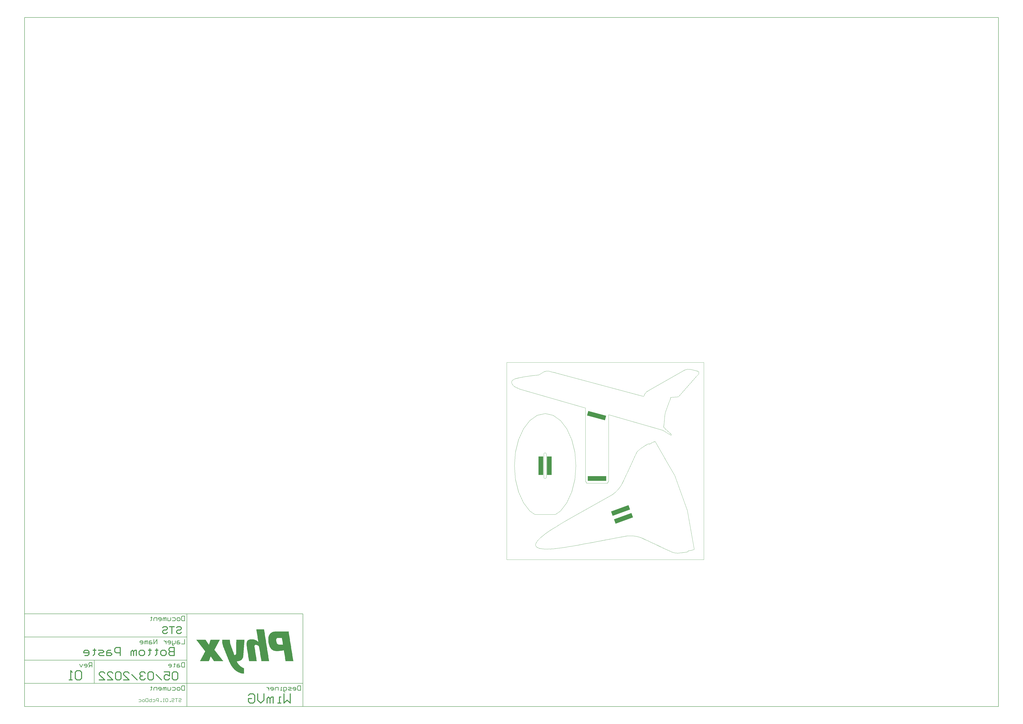
<source format=gbp>
G04*
G04 #@! TF.GenerationSoftware,Altium Limited,Altium Designer,22.2.1 (43)*
G04*
G04 Layer_Color=128*
%FSLAX25Y25*%
%MOIN*%
G70*
G04*
G04 #@! TF.SameCoordinates,09E568D2-82FC-486A-A2B8-6DB2FCDF8EDF*
G04*
G04*
G04 #@! TF.FilePolarity,Positive*
G04*
G01*
G75*
%ADD10C,0.01575*%
%ADD11C,0.00787*%
%ADD15R,0.31496X0.07874*%
%ADD21C,0.00394*%
%ADD22C,0.00984*%
%ADD34R,0.07874X0.31496*%
G04:AMPARAMS|DCode=52|XSize=314.96mil|YSize=78.74mil|CornerRadius=0mil|HoleSize=0mil|Usage=FLASHONLY|Rotation=20.000|XOffset=0mil|YOffset=0mil|HoleType=Round|Shape=Rectangle|*
%AMROTATEDRECTD52*
4,1,4,-0.13452,-0.09086,-0.16145,-0.01687,0.13452,0.09086,0.16145,0.01687,-0.13452,-0.09086,0.0*
%
%ADD52ROTATEDRECTD52*%

G04:AMPARAMS|DCode=53|XSize=314.96mil|YSize=78.74mil|CornerRadius=0mil|HoleSize=0mil|Usage=FLASHONLY|Rotation=345.000|XOffset=0mil|YOffset=0mil|HoleType=Round|Shape=Rectangle|*
%AMROTATEDRECTD53*
4,1,4,-0.16230,0.00273,-0.14193,0.07879,0.16230,-0.00273,0.14193,-0.07879,-0.16230,0.00273,0.0*
%
%ADD53ROTATEDRECTD53*%

G36*
X-95415Y-141778D02*
X-97132D01*
Y-142065D01*
X-97991D01*
Y-142351D01*
X-98850D01*
Y-142637D01*
X-99709D01*
Y-142924D01*
X-100282D01*
Y-143210D01*
X-100568D01*
Y-143496D01*
X-101141D01*
Y-143783D01*
X-101427D01*
Y-144069D01*
X-102000D01*
Y-144355D01*
X-102286D01*
Y-144641D01*
X-102572D01*
Y-144928D01*
X-102859D01*
Y-145214D01*
X-103145D01*
Y-145501D01*
X-103431D01*
Y-145787D01*
X-103718D01*
Y-146073D01*
Y-146359D01*
X-104004D01*
Y-146646D01*
X-104290D01*
Y-146932D01*
Y-147218D01*
X-104577D01*
Y-147505D01*
X-104863D01*
Y-147791D01*
Y-148077D01*
X-105149D01*
Y-148364D01*
Y-148650D01*
Y-148936D01*
X-105436D01*
Y-149223D01*
Y-149509D01*
Y-149795D01*
X-105722D01*
Y-150082D01*
Y-150368D01*
Y-150654D01*
Y-150940D01*
X-106008D01*
Y-151227D01*
Y-151513D01*
Y-151799D01*
Y-152086D01*
Y-152372D01*
X-106295D01*
Y-152658D01*
Y-152945D01*
Y-153231D01*
Y-153517D01*
Y-153804D01*
Y-154090D01*
Y-154376D01*
Y-154663D01*
Y-154949D01*
Y-155235D01*
Y-155521D01*
Y-155808D01*
Y-156094D01*
Y-156380D01*
Y-156667D01*
Y-156953D01*
Y-157239D01*
Y-157526D01*
Y-157812D01*
Y-158098D01*
X-106008D01*
Y-158385D01*
Y-158671D01*
Y-158957D01*
Y-159244D01*
Y-159530D01*
Y-159816D01*
Y-160102D01*
X-105722D01*
Y-160389D01*
Y-160675D01*
Y-160961D01*
Y-161248D01*
Y-161534D01*
X-105436D01*
Y-161820D01*
Y-162107D01*
Y-162393D01*
Y-162679D01*
Y-162966D01*
X-105149D01*
Y-163252D01*
Y-163538D01*
Y-163824D01*
X-104863D01*
Y-164111D01*
Y-164397D01*
Y-164683D01*
Y-164970D01*
X-104577D01*
Y-165256D01*
Y-165542D01*
Y-165829D01*
X-104290D01*
Y-166115D01*
Y-166401D01*
X-104004D01*
Y-166688D01*
Y-166974D01*
Y-167260D01*
X-103718D01*
Y-167547D01*
Y-167833D01*
X-103431D01*
Y-168119D01*
Y-168405D01*
X-103145D01*
Y-168692D01*
Y-168978D01*
X-102859D01*
Y-169264D01*
X-102572D01*
Y-169551D01*
Y-169837D01*
X-102286D01*
Y-170123D01*
X-102000D01*
Y-170410D01*
X-101714D01*
Y-170696D01*
Y-170982D01*
X-101427D01*
Y-171269D01*
X-101141D01*
Y-171555D01*
X-100855D01*
Y-171841D01*
X-100568D01*
Y-172127D01*
X-100282D01*
Y-172414D01*
X-99709D01*
Y-172700D01*
X-99423D01*
Y-172986D01*
X-98850D01*
Y-173273D01*
X-98564D01*
Y-173559D01*
X-97991D01*
Y-173845D01*
X-97132D01*
Y-174132D01*
X-96273D01*
Y-174418D01*
X-95415D01*
Y-174704D01*
X-93697D01*
Y-174991D01*
X-88543D01*
Y-174704D01*
X-85966D01*
Y-174418D01*
X-83962D01*
Y-174132D01*
X-82530D01*
Y-173845D01*
X-81099D01*
Y-173559D01*
X-79667D01*
Y-173845D01*
Y-174132D01*
Y-174418D01*
Y-174704D01*
Y-174991D01*
Y-175277D01*
Y-175563D01*
X-79381D01*
Y-175850D01*
Y-176136D01*
Y-176422D01*
Y-176709D01*
Y-176995D01*
Y-177281D01*
X-79095D01*
Y-177568D01*
Y-177854D01*
Y-178140D01*
Y-178426D01*
Y-178713D01*
Y-178999D01*
X-78808D01*
Y-179285D01*
Y-179572D01*
Y-179858D01*
Y-180144D01*
Y-180431D01*
Y-180717D01*
Y-181003D01*
X-78522D01*
Y-181290D01*
Y-181576D01*
Y-181862D01*
Y-182149D01*
Y-182435D01*
Y-182721D01*
X-78236D01*
Y-183007D01*
Y-183294D01*
Y-183580D01*
Y-183866D01*
Y-184153D01*
Y-184439D01*
X-77950D01*
Y-184725D01*
Y-185012D01*
Y-185298D01*
Y-185584D01*
Y-185871D01*
Y-186157D01*
Y-186443D01*
X-77663D01*
Y-186730D01*
Y-187016D01*
Y-187302D01*
Y-187588D01*
Y-187875D01*
Y-188161D01*
X-77377D01*
Y-188447D01*
Y-188734D01*
Y-189020D01*
Y-189306D01*
Y-189593D01*
Y-189879D01*
X-77091D01*
Y-190165D01*
Y-190452D01*
Y-190738D01*
Y-191024D01*
Y-191311D01*
Y-191597D01*
Y-191883D01*
X-63634D01*
Y-191597D01*
X-63920D01*
Y-191311D01*
Y-191024D01*
Y-190738D01*
Y-190452D01*
Y-190165D01*
X-64206D01*
Y-189879D01*
Y-189593D01*
Y-189306D01*
Y-189020D01*
Y-188734D01*
Y-188447D01*
Y-188161D01*
X-64493D01*
Y-187875D01*
Y-187588D01*
Y-187302D01*
Y-187016D01*
Y-186730D01*
Y-186443D01*
X-64779D01*
Y-186157D01*
Y-185871D01*
Y-185584D01*
Y-185298D01*
Y-185012D01*
Y-184725D01*
X-65065D01*
Y-184439D01*
Y-184153D01*
Y-183866D01*
Y-183580D01*
Y-183294D01*
Y-183007D01*
Y-182721D01*
X-65352D01*
Y-182435D01*
Y-182149D01*
Y-181862D01*
Y-181576D01*
Y-181290D01*
Y-181003D01*
X-65638D01*
Y-180717D01*
Y-180431D01*
Y-180144D01*
Y-179858D01*
Y-179572D01*
Y-179285D01*
X-65924D01*
Y-178999D01*
Y-178713D01*
Y-178426D01*
Y-178140D01*
Y-177854D01*
Y-177568D01*
X-66211D01*
Y-177281D01*
Y-176995D01*
Y-176709D01*
Y-176422D01*
Y-176136D01*
Y-175850D01*
Y-175563D01*
X-66497D01*
Y-175277D01*
Y-174991D01*
Y-174704D01*
Y-174418D01*
Y-174132D01*
Y-173845D01*
X-66783D01*
Y-173559D01*
Y-173273D01*
Y-172986D01*
Y-172700D01*
Y-172414D01*
Y-172127D01*
X-67070D01*
Y-171841D01*
Y-171555D01*
Y-171269D01*
Y-170982D01*
Y-170696D01*
Y-170410D01*
X-67356D01*
Y-170123D01*
Y-169837D01*
Y-169551D01*
Y-169264D01*
Y-168978D01*
Y-168692D01*
Y-168405D01*
X-67642D01*
Y-168119D01*
Y-167833D01*
Y-167547D01*
Y-167260D01*
Y-166974D01*
Y-166688D01*
X-67928D01*
Y-166401D01*
Y-166115D01*
Y-165829D01*
Y-165542D01*
Y-165256D01*
Y-164970D01*
X-68215D01*
Y-164683D01*
Y-164397D01*
Y-164111D01*
Y-163824D01*
Y-163538D01*
Y-163252D01*
Y-162966D01*
X-68501D01*
Y-162679D01*
Y-162393D01*
Y-162107D01*
Y-161820D01*
Y-161534D01*
Y-161248D01*
X-68787D01*
Y-160961D01*
Y-160675D01*
Y-160389D01*
Y-160102D01*
Y-159816D01*
Y-159530D01*
X-69074D01*
Y-159244D01*
Y-158957D01*
Y-158671D01*
Y-158385D01*
Y-158098D01*
Y-157812D01*
X-69360D01*
Y-157526D01*
Y-157239D01*
Y-156953D01*
Y-156667D01*
Y-156380D01*
Y-156094D01*
Y-155808D01*
X-69646D01*
Y-155521D01*
Y-155235D01*
Y-154949D01*
Y-154663D01*
Y-154376D01*
Y-154090D01*
X-69933D01*
Y-153804D01*
Y-153517D01*
Y-153231D01*
Y-152945D01*
Y-152658D01*
Y-152372D01*
X-70219D01*
Y-152086D01*
Y-151799D01*
Y-151513D01*
Y-151227D01*
Y-150940D01*
Y-150654D01*
Y-150368D01*
X-70505D01*
Y-150082D01*
Y-149795D01*
Y-149509D01*
Y-149223D01*
Y-148936D01*
Y-148650D01*
X-70792D01*
Y-148364D01*
Y-148077D01*
Y-147791D01*
Y-147505D01*
Y-147218D01*
Y-146932D01*
X-71078D01*
Y-146646D01*
Y-146359D01*
Y-146073D01*
Y-145787D01*
Y-145501D01*
Y-145214D01*
Y-144928D01*
X-71364D01*
Y-144641D01*
Y-144355D01*
Y-144069D01*
Y-143783D01*
Y-143496D01*
Y-143210D01*
X-71651D01*
Y-142924D01*
Y-142637D01*
Y-142351D01*
Y-142065D01*
Y-141778D01*
Y-141492D01*
X-95415D01*
Y-141778D01*
D02*
G37*
G36*
X-126623Y-138343D02*
Y-138629D01*
X-126336D01*
Y-138915D01*
Y-139202D01*
Y-139488D01*
Y-139774D01*
Y-140060D01*
Y-140347D01*
X-126050D01*
Y-140633D01*
Y-140919D01*
Y-141206D01*
Y-141492D01*
Y-141778D01*
Y-142065D01*
X-125764D01*
Y-142351D01*
Y-142637D01*
Y-142924D01*
Y-143210D01*
Y-143496D01*
Y-143783D01*
Y-144069D01*
X-125477D01*
Y-144355D01*
Y-144641D01*
Y-144928D01*
Y-145214D01*
Y-145501D01*
Y-145787D01*
X-125191D01*
Y-146073D01*
Y-146359D01*
Y-146646D01*
Y-146932D01*
Y-147218D01*
Y-147505D01*
X-124905D01*
Y-147791D01*
Y-148077D01*
Y-148364D01*
Y-148650D01*
Y-148936D01*
Y-149223D01*
Y-149509D01*
X-124618D01*
Y-149795D01*
Y-150082D01*
Y-150368D01*
Y-150654D01*
Y-150940D01*
Y-151227D01*
X-124332D01*
Y-151513D01*
Y-151799D01*
Y-152086D01*
Y-152372D01*
Y-152658D01*
Y-152945D01*
X-124046D01*
Y-153231D01*
Y-153517D01*
Y-153804D01*
Y-154090D01*
Y-154376D01*
Y-154663D01*
X-123759D01*
Y-154949D01*
Y-155235D01*
Y-155521D01*
Y-155808D01*
Y-156094D01*
Y-156380D01*
Y-156667D01*
X-123473D01*
Y-156953D01*
Y-157239D01*
Y-157526D01*
Y-157812D01*
Y-158098D01*
Y-158385D01*
X-123187D01*
Y-158671D01*
Y-158957D01*
X-123759D01*
Y-158671D01*
X-124046D01*
Y-158385D01*
X-124332D01*
Y-158098D01*
X-124905D01*
Y-157812D01*
X-125191D01*
Y-157526D01*
X-125477D01*
Y-157239D01*
X-126050D01*
Y-156953D01*
X-126623D01*
Y-156667D01*
X-126909D01*
Y-156380D01*
X-127482D01*
Y-156094D01*
X-128341D01*
Y-155808D01*
X-128913D01*
Y-155521D01*
X-129772D01*
Y-155235D01*
X-131204D01*
Y-154949D01*
X-137503D01*
Y-155235D01*
X-138648D01*
Y-155521D01*
X-139507D01*
Y-155808D01*
X-140079D01*
Y-156094D01*
X-140366D01*
Y-156380D01*
X-140938D01*
Y-156667D01*
X-141225D01*
Y-156953D01*
X-141511D01*
Y-157239D01*
X-141797D01*
Y-157526D01*
X-142084D01*
Y-157812D01*
Y-158098D01*
X-142370D01*
Y-158385D01*
Y-158671D01*
X-142656D01*
Y-158957D01*
Y-159244D01*
Y-159530D01*
X-142943D01*
Y-159816D01*
Y-160102D01*
Y-160389D01*
Y-160675D01*
X-143229D01*
Y-160961D01*
Y-161248D01*
Y-161534D01*
Y-161820D01*
Y-162107D01*
Y-162393D01*
Y-162679D01*
Y-162966D01*
Y-163252D01*
Y-163538D01*
Y-163824D01*
Y-164111D01*
Y-164397D01*
Y-164683D01*
Y-164970D01*
Y-165256D01*
Y-165542D01*
Y-165829D01*
X-142943D01*
Y-166115D01*
Y-166401D01*
Y-166688D01*
Y-166974D01*
Y-167260D01*
Y-167547D01*
Y-167833D01*
X-142656D01*
Y-168119D01*
Y-168405D01*
Y-168692D01*
Y-168978D01*
Y-169264D01*
Y-169551D01*
Y-169837D01*
X-142370D01*
Y-170123D01*
Y-170410D01*
Y-170696D01*
Y-170982D01*
Y-171269D01*
Y-171555D01*
X-142084D01*
Y-171841D01*
Y-172127D01*
Y-172414D01*
Y-172700D01*
Y-172986D01*
Y-173273D01*
X-141797D01*
Y-173559D01*
Y-173845D01*
Y-174132D01*
Y-174418D01*
Y-174704D01*
Y-174991D01*
X-141511D01*
Y-175277D01*
Y-175563D01*
Y-175850D01*
Y-176136D01*
Y-176422D01*
Y-176709D01*
Y-176995D01*
X-141225D01*
Y-177281D01*
Y-177568D01*
Y-177854D01*
Y-178140D01*
Y-178426D01*
Y-178713D01*
X-140938D01*
Y-178999D01*
Y-179285D01*
Y-179572D01*
Y-179858D01*
Y-180144D01*
Y-180431D01*
X-140652D01*
Y-180717D01*
Y-181003D01*
Y-181290D01*
Y-181576D01*
Y-181862D01*
Y-182149D01*
Y-182435D01*
X-140366D01*
Y-182721D01*
Y-183007D01*
Y-183294D01*
Y-183580D01*
Y-183866D01*
Y-184153D01*
X-140079D01*
Y-184439D01*
Y-184725D01*
Y-185012D01*
Y-185298D01*
Y-185584D01*
Y-185871D01*
X-139793D01*
Y-186157D01*
Y-186443D01*
Y-186730D01*
Y-187016D01*
Y-187302D01*
Y-187588D01*
X-139507D01*
Y-187875D01*
Y-188161D01*
Y-188447D01*
Y-188734D01*
Y-189020D01*
Y-189306D01*
Y-189593D01*
X-139220D01*
Y-189879D01*
Y-190165D01*
Y-190452D01*
Y-190738D01*
Y-191024D01*
Y-191311D01*
X-138934D01*
Y-191597D01*
Y-191883D01*
X-125764D01*
Y-191597D01*
Y-191311D01*
X-126050D01*
Y-191024D01*
Y-190738D01*
Y-190452D01*
Y-190165D01*
Y-189879D01*
Y-189593D01*
X-126336D01*
Y-189306D01*
Y-189020D01*
Y-188734D01*
Y-188447D01*
Y-188161D01*
Y-187875D01*
Y-187588D01*
X-126623D01*
Y-187302D01*
Y-187016D01*
Y-186730D01*
Y-186443D01*
Y-186157D01*
Y-185871D01*
X-126909D01*
Y-185584D01*
Y-185298D01*
Y-185012D01*
Y-184725D01*
Y-184439D01*
Y-184153D01*
X-127195D01*
Y-183866D01*
Y-183580D01*
Y-183294D01*
Y-183007D01*
Y-182721D01*
Y-182435D01*
Y-182149D01*
X-127482D01*
Y-181862D01*
Y-181576D01*
Y-181290D01*
Y-181003D01*
Y-180717D01*
Y-180431D01*
X-127768D01*
Y-180144D01*
Y-179858D01*
Y-179572D01*
Y-179285D01*
Y-178999D01*
Y-178713D01*
Y-178426D01*
X-128054D01*
Y-178140D01*
Y-177854D01*
Y-177568D01*
Y-177281D01*
Y-176995D01*
Y-176709D01*
X-128341D01*
Y-176422D01*
Y-176136D01*
Y-175850D01*
Y-175563D01*
Y-175277D01*
Y-174991D01*
X-128627D01*
Y-174704D01*
Y-174418D01*
Y-174132D01*
Y-173845D01*
Y-173559D01*
Y-173273D01*
X-128913D01*
Y-172986D01*
Y-172700D01*
Y-172414D01*
Y-172127D01*
Y-171841D01*
Y-171555D01*
Y-171269D01*
X-129200D01*
Y-170982D01*
Y-170696D01*
Y-170410D01*
Y-170123D01*
Y-169837D01*
Y-169551D01*
X-129486D01*
Y-169264D01*
Y-168978D01*
Y-168692D01*
Y-168405D01*
Y-168119D01*
Y-167833D01*
Y-167547D01*
X-129772D01*
Y-167260D01*
Y-166974D01*
Y-166688D01*
Y-166401D01*
Y-166115D01*
Y-165829D01*
X-129486D01*
Y-165542D01*
Y-165256D01*
X-129200D01*
Y-164970D01*
X-128913D01*
Y-164683D01*
X-128341D01*
Y-164397D01*
X-126623D01*
Y-164683D01*
X-125191D01*
Y-164970D01*
X-124332D01*
Y-165256D01*
X-123759D01*
Y-165542D01*
X-123473D01*
Y-165829D01*
X-122901D01*
Y-166115D01*
X-122614D01*
Y-166401D01*
X-122328D01*
Y-166688D01*
Y-166974D01*
X-122042D01*
Y-167260D01*
Y-167547D01*
Y-167833D01*
X-121755D01*
Y-168119D01*
Y-168405D01*
Y-168692D01*
Y-168978D01*
Y-169264D01*
Y-169551D01*
X-121469D01*
Y-169837D01*
Y-170123D01*
Y-170410D01*
Y-170696D01*
Y-170982D01*
Y-171269D01*
Y-171555D01*
X-121183D01*
Y-171841D01*
Y-172127D01*
Y-172414D01*
Y-172700D01*
Y-172986D01*
Y-173273D01*
X-120896D01*
Y-173559D01*
Y-173845D01*
Y-174132D01*
Y-174418D01*
Y-174704D01*
Y-174991D01*
X-120610D01*
Y-175277D01*
Y-175563D01*
Y-175850D01*
Y-176136D01*
Y-176422D01*
Y-176709D01*
X-120324D01*
Y-176995D01*
Y-177281D01*
Y-177568D01*
Y-177854D01*
Y-178140D01*
Y-178426D01*
Y-178713D01*
X-120037D01*
Y-178999D01*
Y-179285D01*
Y-179572D01*
Y-179858D01*
Y-180144D01*
Y-180431D01*
X-119751D01*
Y-180717D01*
Y-181003D01*
Y-181290D01*
Y-181576D01*
Y-181862D01*
Y-182149D01*
X-119465D01*
Y-182435D01*
Y-182721D01*
Y-183007D01*
Y-183294D01*
Y-183580D01*
Y-183866D01*
Y-184153D01*
X-119178D01*
Y-184439D01*
Y-184725D01*
Y-185012D01*
Y-185298D01*
Y-185584D01*
Y-185871D01*
X-118892D01*
Y-186157D01*
Y-186443D01*
Y-186730D01*
Y-187016D01*
Y-187302D01*
Y-187588D01*
X-118606D01*
Y-187875D01*
Y-188161D01*
Y-188447D01*
Y-188734D01*
Y-189020D01*
Y-189306D01*
X-118320D01*
Y-189593D01*
Y-189879D01*
Y-190165D01*
Y-190452D01*
Y-190738D01*
Y-191024D01*
Y-191311D01*
X-118033D01*
Y-191597D01*
Y-191883D01*
X-104863D01*
Y-191597D01*
Y-191311D01*
X-105149D01*
Y-191024D01*
Y-190738D01*
Y-190452D01*
Y-190165D01*
Y-189879D01*
Y-189593D01*
Y-189306D01*
X-105436D01*
Y-189020D01*
Y-188734D01*
Y-188447D01*
Y-188161D01*
Y-187875D01*
Y-187588D01*
X-105722D01*
Y-187302D01*
Y-187016D01*
Y-186730D01*
Y-186443D01*
Y-186157D01*
Y-185871D01*
X-106008D01*
Y-185584D01*
Y-185298D01*
Y-185012D01*
Y-184725D01*
Y-184439D01*
Y-184153D01*
Y-183866D01*
X-106295D01*
Y-183580D01*
Y-183294D01*
Y-183007D01*
Y-182721D01*
Y-182435D01*
Y-182149D01*
X-106581D01*
Y-181862D01*
Y-181576D01*
Y-181290D01*
Y-181003D01*
Y-180717D01*
Y-180431D01*
X-106867D01*
Y-180144D01*
Y-179858D01*
Y-179572D01*
Y-179285D01*
Y-178999D01*
Y-178713D01*
X-107153D01*
Y-178426D01*
Y-178140D01*
Y-177854D01*
Y-177568D01*
Y-177281D01*
Y-176995D01*
Y-176709D01*
X-107440D01*
Y-176422D01*
Y-176136D01*
Y-175850D01*
Y-175563D01*
Y-175277D01*
Y-174991D01*
X-107726D01*
Y-174704D01*
Y-174418D01*
Y-174132D01*
Y-173845D01*
Y-173559D01*
Y-173273D01*
X-108012D01*
Y-172986D01*
Y-172700D01*
Y-172414D01*
Y-172127D01*
Y-171841D01*
Y-171555D01*
Y-171269D01*
X-108299D01*
Y-170982D01*
Y-170696D01*
Y-170410D01*
Y-170123D01*
Y-169837D01*
Y-169551D01*
X-108585D01*
Y-169264D01*
Y-168978D01*
Y-168692D01*
Y-168405D01*
Y-168119D01*
Y-167833D01*
X-108871D01*
Y-167547D01*
Y-167260D01*
Y-166974D01*
Y-166688D01*
Y-166401D01*
Y-166115D01*
X-109158D01*
Y-165829D01*
Y-165542D01*
Y-165256D01*
Y-164970D01*
Y-164683D01*
Y-164397D01*
Y-164111D01*
X-109444D01*
Y-163824D01*
Y-163538D01*
Y-163252D01*
Y-162966D01*
Y-162679D01*
Y-162393D01*
X-109730D01*
Y-162107D01*
Y-161820D01*
Y-161534D01*
Y-161248D01*
Y-160961D01*
Y-160675D01*
X-110017D01*
Y-160389D01*
Y-160102D01*
Y-159816D01*
Y-159530D01*
Y-159244D01*
Y-158957D01*
X-110303D01*
Y-158671D01*
Y-158385D01*
Y-158098D01*
Y-157812D01*
Y-157526D01*
Y-157239D01*
Y-156953D01*
X-110589D01*
Y-156667D01*
Y-156380D01*
Y-156094D01*
Y-155808D01*
Y-155521D01*
Y-155235D01*
X-110875D01*
Y-154949D01*
Y-154663D01*
Y-154376D01*
Y-154090D01*
Y-153804D01*
Y-153517D01*
X-111162D01*
Y-153231D01*
Y-152945D01*
Y-152658D01*
Y-152372D01*
Y-152086D01*
Y-151799D01*
Y-151513D01*
X-111448D01*
Y-151227D01*
Y-150940D01*
Y-150654D01*
Y-150368D01*
Y-150082D01*
Y-149795D01*
X-111734D01*
Y-149509D01*
Y-149223D01*
Y-148936D01*
Y-148650D01*
Y-148364D01*
Y-148077D01*
X-112021D01*
Y-147791D01*
Y-147505D01*
Y-147218D01*
Y-146932D01*
Y-146646D01*
Y-146359D01*
X-112307D01*
Y-146073D01*
Y-145787D01*
Y-145501D01*
Y-145214D01*
Y-144928D01*
Y-144641D01*
Y-144355D01*
X-112593D01*
Y-144069D01*
Y-143783D01*
Y-143496D01*
Y-143210D01*
Y-142924D01*
Y-142637D01*
X-112880D01*
Y-142351D01*
Y-142065D01*
Y-141778D01*
Y-141492D01*
Y-141206D01*
Y-140919D01*
X-113166D01*
Y-140633D01*
Y-140347D01*
Y-140060D01*
Y-139774D01*
Y-139488D01*
Y-139202D01*
Y-138915D01*
X-113452D01*
Y-138629D01*
Y-138343D01*
Y-138056D01*
X-126623D01*
Y-138343D01*
D02*
G37*
G36*
X-228550Y-155808D02*
X-228264D01*
Y-156094D01*
X-227977D01*
Y-156380D01*
Y-156667D01*
X-227691D01*
Y-156953D01*
X-227405D01*
Y-157239D01*
X-227118D01*
Y-157526D01*
Y-157812D01*
X-226832D01*
Y-158098D01*
X-226546D01*
Y-158385D01*
X-226259D01*
Y-158671D01*
X-225973D01*
Y-158957D01*
Y-159244D01*
X-225687D01*
Y-159530D01*
X-225401D01*
Y-159816D01*
X-225114D01*
Y-160102D01*
Y-160389D01*
X-224828D01*
Y-160675D01*
X-224542D01*
Y-160961D01*
X-224255D01*
Y-161248D01*
X-223969D01*
Y-161534D01*
Y-161820D01*
X-223683D01*
Y-162107D01*
X-223396D01*
Y-162393D01*
X-223110D01*
Y-162679D01*
Y-162966D01*
X-222824D01*
Y-163252D01*
X-222537D01*
Y-163538D01*
X-222251D01*
Y-163824D01*
Y-164111D01*
X-221965D01*
Y-164397D01*
X-221678D01*
Y-164683D01*
X-221392D01*
Y-164970D01*
X-221106D01*
Y-165256D01*
Y-165542D01*
X-220820D01*
Y-165829D01*
X-220533D01*
Y-166115D01*
X-220247D01*
Y-166401D01*
Y-166688D01*
X-219961D01*
Y-166974D01*
X-219674D01*
Y-167260D01*
X-219388D01*
Y-167547D01*
Y-167833D01*
X-219102D01*
Y-168119D01*
X-218815D01*
Y-168405D01*
X-218529D01*
Y-168692D01*
X-218243D01*
Y-168978D01*
Y-169264D01*
X-217956D01*
Y-169551D01*
X-217670D01*
Y-169837D01*
X-217384D01*
Y-170123D01*
Y-170410D01*
X-217097D01*
Y-170696D01*
X-216811D01*
Y-170982D01*
X-216525D01*
Y-171269D01*
Y-171555D01*
X-216239D01*
Y-171841D01*
X-215952D01*
Y-172127D01*
X-215666D01*
Y-172414D01*
X-215380D01*
Y-172700D01*
Y-172986D01*
X-215093D01*
Y-173273D01*
X-214807D01*
Y-173559D01*
X-214521D01*
Y-173845D01*
Y-174132D01*
X-214234D01*
Y-174418D01*
X-213948D01*
Y-174704D01*
X-213662D01*
Y-174991D01*
X-213375D01*
Y-175277D01*
Y-175563D01*
X-213662D01*
Y-175850D01*
Y-176136D01*
X-213948D01*
Y-176422D01*
Y-176709D01*
X-214234D01*
Y-176995D01*
X-214521D01*
Y-177281D01*
Y-177568D01*
X-214807D01*
Y-177854D01*
Y-178140D01*
X-215093D01*
Y-178426D01*
Y-178713D01*
X-215380D01*
Y-178999D01*
Y-179285D01*
X-215666D01*
Y-179572D01*
Y-179858D01*
X-215952D01*
Y-180144D01*
Y-180431D01*
X-216239D01*
Y-180717D01*
Y-181003D01*
X-216525D01*
Y-181290D01*
Y-181576D01*
X-216811D01*
Y-181862D01*
X-217097D01*
Y-182149D01*
Y-182435D01*
X-217384D01*
Y-182721D01*
Y-183007D01*
X-217670D01*
Y-183294D01*
Y-183580D01*
X-217956D01*
Y-183866D01*
Y-184153D01*
X-218243D01*
Y-184439D01*
Y-184725D01*
X-218529D01*
Y-185012D01*
Y-185298D01*
X-218815D01*
Y-185584D01*
Y-185871D01*
X-219102D01*
Y-186157D01*
X-219388D01*
Y-186443D01*
Y-186730D01*
X-219674D01*
Y-187016D01*
Y-187302D01*
X-219961D01*
Y-187588D01*
Y-187875D01*
X-220247D01*
Y-188161D01*
Y-188447D01*
X-220533D01*
Y-188734D01*
Y-189020D01*
X-220820D01*
Y-189306D01*
Y-189593D01*
X-221106D01*
Y-189879D01*
Y-190165D01*
X-221392D01*
Y-190452D01*
X-221678D01*
Y-190738D01*
Y-191024D01*
X-221965D01*
Y-191311D01*
Y-191597D01*
X-222251D01*
Y-191883D01*
X-207077D01*
Y-191597D01*
X-206790D01*
Y-191311D01*
Y-191024D01*
Y-190738D01*
X-206504D01*
Y-190452D01*
Y-190165D01*
Y-189879D01*
X-206218D01*
Y-189593D01*
Y-189306D01*
X-205931D01*
Y-189020D01*
Y-188734D01*
Y-188447D01*
X-205645D01*
Y-188161D01*
Y-187875D01*
Y-187588D01*
X-205359D01*
Y-187302D01*
Y-187016D01*
X-205072D01*
Y-186730D01*
Y-186443D01*
Y-186157D01*
X-204786D01*
Y-185871D01*
Y-185584D01*
Y-185298D01*
X-204500D01*
Y-185012D01*
Y-184725D01*
Y-184439D01*
X-204214D01*
Y-184153D01*
X-203641D01*
Y-184439D01*
Y-184725D01*
X-203355D01*
Y-185012D01*
X-203068D01*
Y-185298D01*
Y-185584D01*
X-202782D01*
Y-185871D01*
X-202496D01*
Y-186157D01*
Y-186443D01*
X-202209D01*
Y-186730D01*
X-201923D01*
Y-187016D01*
Y-187302D01*
X-201637D01*
Y-187588D01*
X-201350D01*
Y-187875D01*
X-201064D01*
Y-188161D01*
Y-188447D01*
X-200778D01*
Y-188734D01*
X-200491D01*
Y-189020D01*
Y-189306D01*
X-200205D01*
Y-189593D01*
X-199919D01*
Y-189879D01*
Y-190165D01*
X-199632D01*
Y-190452D01*
X-199346D01*
Y-190738D01*
Y-191024D01*
X-199060D01*
Y-191311D01*
X-198774D01*
Y-191597D01*
Y-191883D01*
X-182740D01*
Y-191597D01*
X-183026D01*
Y-191311D01*
X-183313D01*
Y-191024D01*
X-183599D01*
Y-190738D01*
X-183885D01*
Y-190452D01*
Y-190165D01*
X-184172D01*
Y-189879D01*
X-184458D01*
Y-189593D01*
X-184744D01*
Y-189306D01*
X-185030D01*
Y-189020D01*
Y-188734D01*
X-185317D01*
Y-188447D01*
X-185603D01*
Y-188161D01*
X-185889D01*
Y-187875D01*
Y-187588D01*
X-186176D01*
Y-187302D01*
X-186462D01*
Y-187016D01*
X-186748D01*
Y-186730D01*
X-187035D01*
Y-186443D01*
Y-186157D01*
X-187321D01*
Y-185871D01*
X-187607D01*
Y-185584D01*
X-187894D01*
Y-185298D01*
X-188180D01*
Y-185012D01*
Y-184725D01*
X-188466D01*
Y-184439D01*
X-188753D01*
Y-184153D01*
X-189039D01*
Y-183866D01*
Y-183580D01*
X-189325D01*
Y-183294D01*
X-189611D01*
Y-183007D01*
X-189898D01*
Y-182721D01*
X-190184D01*
Y-182435D01*
Y-182149D01*
X-190470D01*
Y-181862D01*
X-190757D01*
Y-181576D01*
X-191043D01*
Y-181290D01*
Y-181003D01*
X-191329D01*
Y-180717D01*
X-191616D01*
Y-180431D01*
X-191902D01*
Y-180144D01*
X-192188D01*
Y-179858D01*
Y-179572D01*
X-192475D01*
Y-179285D01*
X-192761D01*
Y-178999D01*
X-193047D01*
Y-178713D01*
Y-178426D01*
X-193334D01*
Y-178140D01*
X-193620D01*
Y-177854D01*
X-193906D01*
Y-177568D01*
X-194193D01*
Y-177281D01*
Y-176995D01*
X-194479D01*
Y-176709D01*
X-194765D01*
Y-176422D01*
X-195051D01*
Y-176136D01*
X-195338D01*
Y-175850D01*
Y-175563D01*
X-195624D01*
Y-175277D01*
X-195910D01*
Y-174991D01*
X-196197D01*
Y-174704D01*
Y-174418D01*
X-196483D01*
Y-174132D01*
X-196769D01*
Y-173845D01*
X-197056D01*
Y-173559D01*
X-197342D01*
Y-173273D01*
Y-172986D01*
X-197628D01*
Y-172700D01*
Y-172414D01*
Y-172127D01*
X-197342D01*
Y-171841D01*
X-197056D01*
Y-171555D01*
Y-171269D01*
X-196769D01*
Y-170982D01*
Y-170696D01*
X-196483D01*
Y-170410D01*
Y-170123D01*
X-196197D01*
Y-169837D01*
Y-169551D01*
X-195910D01*
Y-169264D01*
Y-168978D01*
X-195624D01*
Y-168692D01*
Y-168405D01*
X-195338D01*
Y-168119D01*
X-195051D01*
Y-167833D01*
Y-167547D01*
X-194765D01*
Y-167260D01*
Y-166974D01*
X-194479D01*
Y-166688D01*
Y-166401D01*
X-194193D01*
Y-166115D01*
Y-165829D01*
X-193906D01*
Y-165542D01*
Y-165256D01*
X-193620D01*
Y-164970D01*
Y-164683D01*
X-193334D01*
Y-164397D01*
X-193047D01*
Y-164111D01*
Y-163824D01*
X-192761D01*
Y-163538D01*
Y-163252D01*
X-192475D01*
Y-162966D01*
Y-162679D01*
X-192188D01*
Y-162393D01*
Y-162107D01*
X-191902D01*
Y-161820D01*
Y-161534D01*
X-191616D01*
Y-161248D01*
Y-160961D01*
X-191329D01*
Y-160675D01*
Y-160389D01*
X-191043D01*
Y-160102D01*
X-190757D01*
Y-159816D01*
Y-159530D01*
X-190470D01*
Y-159244D01*
Y-158957D01*
X-190184D01*
Y-158671D01*
Y-158385D01*
X-189898D01*
Y-158098D01*
Y-157812D01*
X-189611D01*
Y-157526D01*
Y-157239D01*
X-189325D01*
Y-156953D01*
Y-156667D01*
X-189039D01*
Y-156380D01*
X-188753D01*
Y-156094D01*
Y-155808D01*
X-188466D01*
Y-155521D01*
X-204214D01*
Y-155808D01*
X-204500D01*
Y-156094D01*
Y-156380D01*
Y-156667D01*
X-204786D01*
Y-156953D01*
Y-157239D01*
Y-157526D01*
X-205072D01*
Y-157812D01*
Y-158098D01*
Y-158385D01*
X-205359D01*
Y-158671D01*
Y-158957D01*
Y-159244D01*
X-205645D01*
Y-159530D01*
Y-159816D01*
Y-160102D01*
X-205931D01*
Y-160389D01*
Y-160675D01*
Y-160961D01*
X-206218D01*
Y-161248D01*
Y-161534D01*
Y-161820D01*
X-206504D01*
Y-162107D01*
Y-162393D01*
Y-162679D01*
X-206790D01*
Y-162966D01*
Y-163252D01*
Y-163538D01*
Y-163824D01*
X-207363D01*
Y-163538D01*
X-207649D01*
Y-163252D01*
X-207936D01*
Y-162966D01*
Y-162679D01*
X-208222D01*
Y-162393D01*
X-208508D01*
Y-162107D01*
Y-161820D01*
X-208794D01*
Y-161534D01*
X-209081D01*
Y-161248D01*
Y-160961D01*
X-209367D01*
Y-160675D01*
X-209653D01*
Y-160389D01*
Y-160102D01*
X-209940D01*
Y-159816D01*
X-210226D01*
Y-159530D01*
Y-159244D01*
X-210512D01*
Y-158957D01*
X-210799D01*
Y-158671D01*
Y-158385D01*
X-211085D01*
Y-158098D01*
X-211371D01*
Y-157812D01*
Y-157526D01*
X-211658D01*
Y-157239D01*
X-211944D01*
Y-156953D01*
Y-156667D01*
X-212230D01*
Y-156380D01*
X-212516D01*
Y-156094D01*
Y-155808D01*
X-212803D01*
Y-155521D01*
X-228550D01*
Y-155808D01*
D02*
G37*
G36*
X-184458D02*
Y-156094D01*
Y-156380D01*
Y-156667D01*
Y-156953D01*
Y-157239D01*
Y-157526D01*
Y-157812D01*
Y-158098D01*
Y-158385D01*
Y-158671D01*
Y-158957D01*
Y-159244D01*
Y-159530D01*
Y-159816D01*
Y-160102D01*
Y-160389D01*
Y-160675D01*
Y-160961D01*
Y-161248D01*
Y-161534D01*
X-184172D01*
Y-161820D01*
Y-162107D01*
Y-162393D01*
Y-162679D01*
Y-162966D01*
X-183885D01*
Y-163252D01*
Y-163538D01*
Y-163824D01*
Y-164111D01*
X-183599D01*
Y-164397D01*
Y-164683D01*
Y-164970D01*
Y-165256D01*
X-183313D01*
Y-165542D01*
Y-165829D01*
Y-166115D01*
X-183026D01*
Y-166401D01*
Y-166688D01*
Y-166974D01*
X-182740D01*
Y-167260D01*
Y-167547D01*
Y-167833D01*
X-182454D01*
Y-168119D01*
Y-168405D01*
Y-168692D01*
X-182167D01*
Y-168978D01*
Y-169264D01*
X-181881D01*
Y-169551D01*
Y-169837D01*
X-181595D01*
Y-170123D01*
Y-170410D01*
Y-170696D01*
X-181308D01*
Y-170982D01*
Y-171269D01*
X-181022D01*
Y-171555D01*
Y-171841D01*
Y-172127D01*
X-180736D01*
Y-172414D01*
Y-172700D01*
X-180449D01*
Y-172986D01*
Y-173273D01*
Y-173559D01*
X-180163D01*
Y-173845D01*
Y-174132D01*
X-179877D01*
Y-174418D01*
Y-174704D01*
Y-174991D01*
X-179591D01*
Y-175277D01*
Y-175563D01*
X-179304D01*
Y-175850D01*
Y-176136D01*
Y-176422D01*
X-179018D01*
Y-176709D01*
Y-176995D01*
X-178732D01*
Y-177281D01*
Y-177568D01*
Y-177854D01*
X-178445D01*
Y-178140D01*
Y-178426D01*
X-178159D01*
Y-178713D01*
Y-178999D01*
Y-179285D01*
X-177873D01*
Y-179572D01*
Y-179858D01*
X-177586D01*
Y-180144D01*
Y-180431D01*
Y-180717D01*
X-177300D01*
Y-181003D01*
Y-181290D01*
X-177014D01*
Y-181576D01*
Y-181862D01*
Y-182149D01*
X-176727D01*
Y-182435D01*
Y-182721D01*
X-176441D01*
Y-183007D01*
Y-183294D01*
Y-183580D01*
X-176155D01*
Y-183866D01*
Y-184153D01*
X-175868D01*
Y-184439D01*
Y-184725D01*
Y-185012D01*
X-175582D01*
Y-185298D01*
Y-185584D01*
X-175296D01*
Y-185871D01*
Y-186157D01*
Y-186443D01*
X-175010D01*
Y-186730D01*
Y-187016D01*
X-174723D01*
Y-187302D01*
Y-187588D01*
Y-187875D01*
X-174437D01*
Y-188161D01*
Y-188447D01*
X-174151D01*
Y-188734D01*
Y-189020D01*
Y-189306D01*
X-173864D01*
Y-189593D01*
Y-189879D01*
X-173578D01*
Y-190165D01*
Y-190452D01*
Y-190738D01*
X-173292D01*
Y-191024D01*
Y-191311D01*
X-173005D01*
Y-191597D01*
Y-191883D01*
Y-192169D01*
X-172719D01*
Y-192456D01*
Y-192742D01*
X-172433D01*
Y-193028D01*
Y-193315D01*
X-172146D01*
Y-193601D01*
Y-193887D01*
X-171860D01*
Y-194174D01*
Y-194460D01*
Y-194746D01*
X-171574D01*
Y-195033D01*
X-171288D01*
Y-195319D01*
Y-195605D01*
Y-195891D01*
X-171001D01*
Y-196178D01*
X-170715D01*
Y-196464D01*
Y-196750D01*
X-170429D01*
Y-197037D01*
Y-197323D01*
X-170142D01*
Y-197609D01*
Y-197896D01*
X-169856D01*
Y-198182D01*
Y-198468D01*
X-169570D01*
Y-198755D01*
X-169283D01*
Y-199041D01*
Y-199327D01*
X-168997D01*
Y-199614D01*
Y-199900D01*
X-168711D01*
Y-200186D01*
X-168424D01*
Y-200472D01*
X-168138D01*
Y-200759D01*
Y-201045D01*
X-167852D01*
Y-201331D01*
X-167565D01*
Y-201618D01*
Y-201904D01*
X-167279D01*
Y-202190D01*
X-166993D01*
Y-202477D01*
X-166707D01*
Y-202763D01*
Y-203049D01*
X-166420D01*
Y-203336D01*
X-166134D01*
Y-203622D01*
X-165848D01*
Y-203908D01*
X-165561D01*
Y-204195D01*
X-165275D01*
Y-204481D01*
Y-204767D01*
X-164989D01*
Y-205053D01*
X-164702D01*
Y-205340D01*
X-164416D01*
Y-205626D01*
X-164130D01*
Y-205912D01*
X-163843D01*
Y-206199D01*
X-163557D01*
Y-206485D01*
X-163271D01*
Y-206771D01*
X-162698D01*
Y-207058D01*
X-162412D01*
Y-207344D01*
X-162126D01*
Y-207630D01*
X-161839D01*
Y-207917D01*
X-161553D01*
Y-208203D01*
X-160980D01*
Y-208489D01*
X-160694D01*
Y-208776D01*
X-160121D01*
Y-209062D01*
X-159835D01*
Y-209348D01*
X-159262D01*
Y-209634D01*
X-158976D01*
Y-209921D01*
X-158403D01*
Y-210207D01*
X-157831D01*
Y-210493D01*
X-157258D01*
Y-210780D01*
X-156685D01*
Y-211066D01*
X-156113D01*
Y-211352D01*
X-155254D01*
Y-211639D01*
X-154681D01*
Y-211925D01*
X-153822D01*
Y-212211D01*
X-152677D01*
Y-212498D01*
X-151532D01*
Y-212784D01*
X-149814D01*
Y-213070D01*
X-147810D01*
Y-213357D01*
X-147523D01*
Y-213070D01*
Y-212784D01*
Y-212498D01*
Y-212211D01*
Y-211925D01*
Y-211639D01*
Y-211352D01*
Y-211066D01*
Y-210780D01*
Y-210493D01*
Y-210207D01*
Y-209921D01*
Y-209634D01*
Y-209348D01*
Y-209062D01*
Y-208776D01*
Y-208489D01*
Y-208203D01*
Y-207917D01*
Y-207630D01*
Y-207344D01*
Y-207058D01*
Y-206771D01*
Y-206485D01*
Y-206199D01*
Y-205912D01*
Y-205626D01*
Y-205340D01*
Y-205053D01*
Y-204767D01*
Y-204481D01*
Y-204195D01*
Y-203908D01*
X-148096D01*
Y-203622D01*
X-148669D01*
Y-203336D01*
X-149241D01*
Y-203049D01*
X-149814D01*
Y-202763D01*
X-150387D01*
Y-202477D01*
X-150959D01*
Y-202190D01*
X-151246D01*
Y-201904D01*
X-151818D01*
Y-201618D01*
X-152104D01*
Y-201331D01*
X-152677D01*
Y-201045D01*
X-152963D01*
Y-200759D01*
X-153250D01*
Y-200472D01*
X-153822D01*
Y-200186D01*
X-154109D01*
Y-199900D01*
X-154395D01*
Y-199614D01*
X-154681D01*
Y-199327D01*
X-154968D01*
Y-199041D01*
X-155254D01*
Y-198755D01*
X-155540D01*
Y-198468D01*
X-155827D01*
Y-198182D01*
X-156113D01*
Y-197896D01*
X-156399D01*
Y-197609D01*
X-156685D01*
Y-197323D01*
X-156972D01*
Y-197037D01*
Y-196750D01*
X-157258D01*
Y-196464D01*
X-157545D01*
Y-196178D01*
X-157831D01*
Y-195891D01*
Y-195605D01*
X-158117D01*
Y-195319D01*
X-158403D01*
Y-195033D01*
Y-194746D01*
X-158690D01*
Y-194460D01*
Y-194174D01*
X-158976D01*
Y-193887D01*
X-159262D01*
Y-193601D01*
Y-193315D01*
X-159549D01*
Y-193028D01*
Y-192742D01*
X-159835D01*
Y-192456D01*
Y-192169D01*
X-158117D01*
Y-191883D01*
X-156113D01*
Y-191597D01*
X-154968D01*
Y-191311D01*
X-154395D01*
Y-191024D01*
X-153536D01*
Y-190738D01*
X-152963D01*
Y-190452D01*
X-152677D01*
Y-190165D01*
X-152104D01*
Y-189879D01*
X-151818D01*
Y-189593D01*
X-151532D01*
Y-189306D01*
X-151246D01*
Y-189020D01*
X-150959D01*
Y-188734D01*
X-150673D01*
Y-188447D01*
Y-188161D01*
X-150387D01*
Y-187875D01*
X-150100D01*
Y-187588D01*
Y-187302D01*
X-149814D01*
Y-187016D01*
Y-186730D01*
X-149528D01*
Y-186443D01*
Y-186157D01*
X-149241D01*
Y-185871D01*
Y-185584D01*
Y-185298D01*
X-148955D01*
Y-185012D01*
Y-184725D01*
Y-184439D01*
Y-184153D01*
X-148669D01*
Y-183866D01*
Y-183580D01*
Y-183294D01*
Y-183007D01*
Y-182721D01*
Y-182435D01*
Y-182149D01*
X-148382D01*
Y-181862D01*
Y-181576D01*
Y-181290D01*
Y-181003D01*
Y-180717D01*
Y-180431D01*
Y-180144D01*
Y-179858D01*
Y-179572D01*
Y-179285D01*
Y-178999D01*
Y-178713D01*
Y-178426D01*
Y-178140D01*
Y-177854D01*
X-148096D01*
Y-177568D01*
Y-177281D01*
Y-176995D01*
Y-176709D01*
Y-176422D01*
Y-176136D01*
Y-175850D01*
Y-175563D01*
Y-175277D01*
Y-174991D01*
Y-174704D01*
Y-174418D01*
Y-174132D01*
Y-173845D01*
Y-173559D01*
X-147810D01*
Y-173273D01*
Y-172986D01*
Y-172700D01*
Y-172414D01*
Y-172127D01*
Y-171841D01*
Y-171555D01*
Y-171269D01*
Y-170982D01*
Y-170696D01*
Y-170410D01*
Y-170123D01*
Y-169837D01*
Y-169551D01*
Y-169264D01*
Y-168978D01*
X-147523D01*
Y-168692D01*
Y-168405D01*
Y-168119D01*
Y-167833D01*
Y-167547D01*
Y-167260D01*
Y-166974D01*
Y-166688D01*
Y-166401D01*
Y-166115D01*
Y-165829D01*
Y-165542D01*
Y-165256D01*
Y-164970D01*
Y-164683D01*
Y-164397D01*
X-147237D01*
Y-164111D01*
Y-163824D01*
Y-163538D01*
Y-163252D01*
Y-162966D01*
Y-162679D01*
Y-162393D01*
Y-162107D01*
Y-161820D01*
Y-161534D01*
Y-161248D01*
Y-160961D01*
Y-160675D01*
Y-160389D01*
X-146951D01*
Y-160102D01*
Y-159816D01*
Y-159530D01*
Y-159244D01*
Y-158957D01*
Y-158671D01*
Y-158385D01*
Y-158098D01*
Y-157812D01*
Y-157526D01*
Y-157239D01*
Y-156953D01*
Y-156667D01*
Y-156380D01*
Y-156094D01*
Y-155808D01*
X-146665D01*
Y-155521D01*
X-160408D01*
Y-155808D01*
Y-156094D01*
Y-156380D01*
Y-156667D01*
Y-156953D01*
Y-157239D01*
Y-157526D01*
Y-157812D01*
Y-158098D01*
Y-158385D01*
Y-158671D01*
Y-158957D01*
Y-159244D01*
Y-159530D01*
X-160694D01*
Y-159816D01*
Y-160102D01*
Y-160389D01*
Y-160675D01*
Y-160961D01*
Y-161248D01*
Y-161534D01*
Y-161820D01*
Y-162107D01*
Y-162393D01*
Y-162679D01*
Y-162966D01*
Y-163252D01*
Y-163538D01*
Y-163824D01*
Y-164111D01*
Y-164397D01*
Y-164683D01*
Y-164970D01*
Y-165256D01*
Y-165542D01*
Y-165829D01*
Y-166115D01*
Y-166401D01*
Y-166688D01*
Y-166974D01*
Y-167260D01*
Y-167547D01*
Y-167833D01*
Y-168119D01*
Y-168405D01*
Y-168692D01*
Y-168978D01*
Y-169264D01*
Y-169551D01*
Y-169837D01*
Y-170123D01*
Y-170410D01*
Y-170696D01*
Y-170982D01*
Y-171269D01*
X-160980D01*
Y-171555D01*
X-160694D01*
Y-171841D01*
Y-172127D01*
X-160980D01*
Y-172414D01*
Y-172700D01*
Y-172986D01*
Y-173273D01*
Y-173559D01*
Y-173845D01*
Y-174132D01*
Y-174418D01*
Y-174704D01*
Y-174991D01*
Y-175277D01*
Y-175563D01*
Y-175850D01*
Y-176136D01*
Y-176422D01*
Y-176709D01*
Y-176995D01*
Y-177281D01*
Y-177568D01*
Y-177854D01*
Y-178140D01*
Y-178426D01*
Y-178713D01*
Y-178999D01*
Y-179285D01*
Y-179572D01*
X-161267D01*
Y-179858D01*
Y-180144D01*
Y-180431D01*
X-161553D01*
Y-180717D01*
X-161839D01*
Y-181003D01*
X-162126D01*
Y-181290D01*
X-162984D01*
Y-181576D01*
X-163843D01*
Y-181290D01*
X-164130D01*
Y-181003D01*
Y-180717D01*
Y-180431D01*
X-164416D01*
Y-180144D01*
Y-179858D01*
X-164702D01*
Y-179572D01*
Y-179285D01*
Y-178999D01*
X-164989D01*
Y-178713D01*
Y-178426D01*
Y-178140D01*
X-165275D01*
Y-177854D01*
Y-177568D01*
Y-177281D01*
X-165561D01*
Y-176995D01*
Y-176709D01*
Y-176422D01*
X-165848D01*
Y-176136D01*
Y-175850D01*
X-166134D01*
Y-175563D01*
Y-175277D01*
Y-174991D01*
X-166420D01*
Y-174704D01*
Y-174418D01*
Y-174132D01*
X-166707D01*
Y-173845D01*
Y-173559D01*
Y-173273D01*
X-166993D01*
Y-172986D01*
Y-172700D01*
X-167279D01*
Y-172414D01*
Y-172127D01*
Y-171841D01*
X-167565D01*
Y-171555D01*
Y-171269D01*
Y-170982D01*
X-167852D01*
Y-170696D01*
Y-170410D01*
Y-170123D01*
X-168138D01*
Y-169837D01*
Y-169551D01*
X-168424D01*
Y-169264D01*
Y-168978D01*
Y-168692D01*
X-168711D01*
Y-168405D01*
Y-168119D01*
Y-167833D01*
X-168997D01*
Y-167547D01*
Y-167260D01*
Y-166974D01*
X-169283D01*
Y-166688D01*
Y-166401D01*
X-169570D01*
Y-166115D01*
Y-165829D01*
Y-165542D01*
X-169856D01*
Y-165256D01*
Y-164970D01*
Y-164683D01*
X-170142D01*
Y-164397D01*
Y-164111D01*
Y-163824D01*
X-170429D01*
Y-163538D01*
Y-163252D01*
Y-162966D01*
Y-162679D01*
X-170715D01*
Y-162393D01*
Y-162107D01*
Y-161820D01*
Y-161534D01*
X-171001D01*
Y-161248D01*
Y-160961D01*
Y-160675D01*
Y-160389D01*
Y-160102D01*
X-171288D01*
Y-159816D01*
Y-159530D01*
Y-159244D01*
Y-158957D01*
Y-158671D01*
Y-158385D01*
X-171574D01*
Y-158098D01*
Y-157812D01*
Y-157526D01*
Y-157239D01*
Y-156953D01*
Y-156667D01*
Y-156380D01*
Y-156094D01*
Y-155808D01*
Y-155521D01*
X-184458D01*
Y-155808D01*
D02*
G37*
%LPC*%
G36*
X-91120Y-152658D02*
X-83103D01*
Y-152945D01*
Y-153231D01*
Y-153517D01*
Y-153804D01*
Y-154090D01*
X-82817D01*
Y-154376D01*
Y-154663D01*
Y-154949D01*
Y-155235D01*
Y-155521D01*
Y-155808D01*
X-82530D01*
Y-156094D01*
Y-156380D01*
Y-156667D01*
Y-156953D01*
Y-157239D01*
Y-157526D01*
X-82244D01*
Y-157812D01*
Y-158098D01*
Y-158385D01*
Y-158671D01*
Y-158957D01*
Y-159244D01*
X-81958D01*
Y-159530D01*
Y-159816D01*
Y-160102D01*
Y-160389D01*
Y-160675D01*
Y-160961D01*
Y-161248D01*
X-81672D01*
Y-161534D01*
Y-161820D01*
Y-162107D01*
Y-162393D01*
Y-162679D01*
Y-162966D01*
X-81385D01*
Y-163252D01*
Y-163538D01*
Y-163824D01*
X-88543D01*
Y-163538D01*
X-89688D01*
Y-163252D01*
X-90261D01*
Y-162966D01*
X-90547D01*
Y-162679D01*
X-90834D01*
Y-162393D01*
X-91120D01*
Y-162107D01*
X-91406D01*
Y-161820D01*
Y-161534D01*
X-91693D01*
Y-161248D01*
Y-160961D01*
X-91979D01*
Y-160675D01*
Y-160389D01*
X-92265D01*
Y-160102D01*
Y-159816D01*
Y-159530D01*
Y-159244D01*
X-92551D01*
Y-158957D01*
Y-158671D01*
Y-158385D01*
Y-158098D01*
Y-157812D01*
X-92838D01*
Y-157526D01*
Y-157239D01*
Y-156953D01*
Y-156667D01*
Y-156380D01*
Y-156094D01*
Y-155808D01*
Y-155521D01*
Y-155235D01*
Y-154949D01*
Y-154663D01*
X-92551D01*
Y-154376D01*
Y-154090D01*
X-92265D01*
Y-153804D01*
Y-153517D01*
X-91979D01*
Y-153231D01*
X-91693D01*
Y-152945D01*
X-91120D01*
Y-152658D01*
D02*
G37*
%LPD*%
D10*
X-266134Y-168552D02*
Y-182327D01*
X-273022D01*
X-275318Y-180031D01*
Y-177735D01*
X-273022Y-175439D01*
X-266134D01*
X-273022D01*
X-275318Y-173144D01*
Y-170848D01*
X-273022Y-168552D01*
X-266134D01*
X-282205Y-182327D02*
X-286797D01*
X-289093Y-180031D01*
Y-175439D01*
X-286797Y-173144D01*
X-282205D01*
X-279909Y-175439D01*
Y-180031D01*
X-282205Y-182327D01*
X-295980Y-170848D02*
Y-173144D01*
X-293684D01*
X-298276D01*
X-295980D01*
Y-180031D01*
X-298276Y-182327D01*
X-307459Y-170848D02*
Y-173144D01*
X-305164D01*
X-309755D01*
X-307459D01*
Y-180031D01*
X-309755Y-182327D01*
X-318939D02*
X-323530D01*
X-325826Y-180031D01*
Y-175439D01*
X-323530Y-173144D01*
X-318939D01*
X-316643Y-175439D01*
Y-180031D01*
X-318939Y-182327D01*
X-330418D02*
Y-173144D01*
X-332714D01*
X-335010Y-175439D01*
Y-182327D01*
Y-175439D01*
X-337305Y-173144D01*
X-339601Y-175439D01*
Y-182327D01*
X-357968D02*
Y-168552D01*
X-364856D01*
X-367151Y-170848D01*
Y-175439D01*
X-364856Y-177735D01*
X-357968D01*
X-374039Y-173144D02*
X-378631D01*
X-380926Y-175439D01*
Y-182327D01*
X-374039D01*
X-371743Y-180031D01*
X-374039Y-177735D01*
X-380926D01*
X-385518Y-182327D02*
X-392406D01*
X-394702Y-180031D01*
X-392406Y-177735D01*
X-387814D01*
X-385518Y-175439D01*
X-387814Y-173144D01*
X-394702D01*
X-401589Y-170848D02*
Y-173144D01*
X-399293D01*
X-403885D01*
X-401589D01*
Y-180031D01*
X-403885Y-182327D01*
X-417660D02*
X-413068D01*
X-410773Y-180031D01*
Y-175439D01*
X-413068Y-173144D01*
X-417660D01*
X-419956Y-175439D01*
Y-177735D01*
X-410773D01*
X-69284Y-247293D02*
Y-263036D01*
X-74531Y-257788D01*
X-79779Y-263036D01*
Y-247293D01*
X-85027Y-263036D02*
X-90274D01*
X-87651D01*
Y-252540D01*
X-85027D01*
X-98146Y-263036D02*
Y-252540D01*
X-100770D01*
X-103393Y-255164D01*
Y-263036D01*
Y-255164D01*
X-106017Y-252540D01*
X-108641Y-255164D01*
Y-263036D01*
X-113889Y-247293D02*
Y-257788D01*
X-119136Y-263036D01*
X-124384Y-257788D01*
Y-247293D01*
X-140127Y-249917D02*
X-137503Y-247293D01*
X-132255D01*
X-129632Y-249917D01*
Y-260412D01*
X-132255Y-263036D01*
X-137503D01*
X-140127Y-260412D01*
Y-255164D01*
X-134879D01*
X-423615Y-210546D02*
X-426238Y-207923D01*
X-431486D01*
X-434110Y-210546D01*
Y-221042D01*
X-431486Y-223665D01*
X-426238D01*
X-423615Y-221042D01*
Y-210546D01*
X-439357Y-223665D02*
X-444605D01*
X-441981D01*
Y-207923D01*
X-439357Y-210546D01*
X-260229Y-212186D02*
X-262525Y-209890D01*
X-267116D01*
X-269412Y-212186D01*
Y-221370D01*
X-267116Y-223665D01*
X-262525D01*
X-260229Y-221370D01*
Y-212186D01*
X-283187Y-209890D02*
X-274004D01*
Y-216778D01*
X-278595Y-214482D01*
X-280891D01*
X-283187Y-216778D01*
Y-221370D01*
X-280891Y-223665D01*
X-276300D01*
X-274004Y-221370D01*
X-287779Y-223665D02*
X-296962Y-214482D01*
X-301554Y-212186D02*
X-303850Y-209890D01*
X-308441D01*
X-310737Y-212186D01*
Y-221370D01*
X-308441Y-223665D01*
X-303850D01*
X-301554Y-221370D01*
Y-212186D01*
X-315329D02*
X-317625Y-209890D01*
X-322217D01*
X-324512Y-212186D01*
Y-214482D01*
X-322217Y-216778D01*
X-319921D01*
X-322217D01*
X-324512Y-219074D01*
Y-221370D01*
X-322217Y-223665D01*
X-317625D01*
X-315329Y-221370D01*
X-329104Y-223665D02*
X-338287Y-214482D01*
X-352063Y-223665D02*
X-342879D01*
X-352063Y-214482D01*
Y-212186D01*
X-349767Y-209890D01*
X-345175D01*
X-342879Y-212186D01*
X-356654D02*
X-358950Y-209890D01*
X-363542D01*
X-365838Y-212186D01*
Y-221370D01*
X-363542Y-223665D01*
X-358950D01*
X-356654Y-221370D01*
Y-212186D01*
X-379613Y-223665D02*
X-370429D01*
X-379613Y-214482D01*
Y-212186D01*
X-377317Y-209890D01*
X-372725D01*
X-370429Y-212186D01*
X-393388Y-223665D02*
X-384204D01*
X-393388Y-214482D01*
Y-212186D01*
X-391092Y-209890D01*
X-386500D01*
X-384204Y-212186D01*
X-262195Y-135086D02*
X-260227Y-133118D01*
X-256291D01*
X-254323Y-135086D01*
Y-137054D01*
X-256291Y-139022D01*
X-260227D01*
X-262195Y-140990D01*
Y-142957D01*
X-260227Y-144925D01*
X-256291D01*
X-254323Y-142957D01*
X-266130Y-133118D02*
X-274002D01*
X-270066D01*
Y-144925D01*
X-285809Y-135086D02*
X-283841Y-133118D01*
X-279905D01*
X-277938Y-135086D01*
Y-137054D01*
X-279905Y-139022D01*
X-283841D01*
X-285809Y-140990D01*
Y-142957D01*
X-283841Y-144925D01*
X-279905D01*
X-277938Y-142957D01*
D11*
X-401961Y-229571D02*
Y-190201D01*
X-244481Y-150831D02*
X-520071D01*
X-244481Y-190201D02*
X-520071D01*
X-47630Y-229571D02*
X-520071D01*
X-47630Y-111461D02*
X-520071D01*
X-47630Y-268941D02*
Y-111461D01*
X-244481Y-268941D02*
Y-111461D01*
X1133472Y900350D02*
X-520071D01*
Y-268941D02*
Y900350D01*
X1133472Y-268941D02*
Y900350D01*
Y-268941D02*
X-520071D01*
X-258259Y-256147D02*
X-257275Y-255164D01*
X-255307D01*
X-254323Y-256147D01*
Y-257131D01*
X-255307Y-258115D01*
X-257275D01*
X-258259Y-259099D01*
Y-260083D01*
X-257275Y-261067D01*
X-255307D01*
X-254323Y-260083D01*
X-260227Y-255164D02*
X-264162D01*
X-262195D01*
Y-261067D01*
X-270066Y-256147D02*
X-269082Y-255164D01*
X-267114D01*
X-266130Y-256147D01*
Y-257131D01*
X-267114Y-258115D01*
X-269082D01*
X-270066Y-259099D01*
Y-260083D01*
X-269082Y-261067D01*
X-267114D01*
X-266130Y-260083D01*
X-272034Y-261067D02*
Y-260083D01*
X-273018D01*
Y-261067D01*
X-272034D01*
X-276954Y-256147D02*
X-277938Y-255164D01*
X-279905D01*
X-280889Y-256147D01*
Y-260083D01*
X-279905Y-261067D01*
X-277938D01*
X-276954Y-260083D01*
Y-256147D01*
X-282857Y-261067D02*
X-284825D01*
X-283841D01*
Y-255164D01*
X-282857Y-256147D01*
X-287777Y-261067D02*
Y-260083D01*
X-288761D01*
Y-261067D01*
X-287777D01*
X-292697D02*
Y-255164D01*
X-295648D01*
X-296632Y-256147D01*
Y-258115D01*
X-295648Y-259099D01*
X-292697D01*
X-302536Y-257131D02*
X-299584D01*
X-298600Y-258115D01*
Y-260083D01*
X-299584Y-261067D01*
X-302536D01*
X-304504Y-255164D02*
Y-261067D01*
X-307456D01*
X-308439Y-260083D01*
Y-259099D01*
Y-258115D01*
X-307456Y-257131D01*
X-304504D01*
X-310407Y-255164D02*
Y-261067D01*
X-313359D01*
X-314343Y-260083D01*
Y-256147D01*
X-313359Y-255164D01*
X-310407D01*
X-317295Y-261067D02*
X-319263D01*
X-320247Y-260083D01*
Y-258115D01*
X-319263Y-257131D01*
X-317295D01*
X-316311Y-258115D01*
Y-260083D01*
X-317295Y-261067D01*
X-326150Y-257131D02*
X-323199D01*
X-322215Y-258115D01*
Y-260083D01*
X-323199Y-261067D01*
X-326150D01*
D15*
X451729Y118111D02*
D03*
D21*
X298440Y314961D02*
X298440Y-19685D01*
X633086D02*
X298440D01*
X633086Y314961D02*
X298440D01*
X633086D02*
X633086Y-19685D01*
X348688Y9117D02*
G03*
X347742Y4188I5831J-3674D01*
G01*
X347742Y4188D02*
G03*
X350515Y952I5139J1598D01*
G01*
X350515D02*
G03*
X353030Y-122I6425J11561D01*
G01*
X520403Y163855D02*
G03*
X519007Y161794I13885J-10909D01*
G01*
X521509Y165100D02*
G03*
X520403Y163855I10319J-10278D01*
G01*
X580398Y-7393D02*
G03*
X584461Y-8345I5318J13555D01*
G01*
X354983Y-756D02*
G03*
X361438Y-1592I8829J42848D01*
G01*
X361438Y-1592D02*
G03*
X364695Y-1699I3727J63933D01*
G01*
X364695D02*
G03*
X367956Y-1665I677J91972D01*
G01*
Y-1665D02*
G03*
X371209Y-1541I-4498J160130D01*
G01*
X611337Y29588D02*
X610909Y31865D01*
X566401Y153242D02*
X567626Y151173D01*
X606324Y-5720D02*
X606381Y-5617D01*
X606378Y-5511D01*
X606361Y-5399D01*
X606225Y-4800D01*
X606269Y-4595D01*
X606445Y-4497D01*
X606949Y-4456D01*
X508123Y138650D02*
X515648Y154719D01*
X504373Y130610D02*
X508123Y138650D01*
X500624Y122570D02*
X504373Y130610D01*
X496873Y114530D02*
X500624Y122570D01*
X515648Y154719D02*
X518610Y161071D01*
X494265Y109180D02*
X496873Y114530D01*
X491806Y105111D02*
X494265Y109180D01*
X489789Y102289D02*
X491806Y105111D01*
X486798Y98675D02*
X489789Y102289D01*
X483540Y95436D02*
X486798Y98675D01*
X481210Y93408D02*
X483540Y95436D01*
X477892Y90855D02*
X481210Y93408D01*
X477061Y90317D02*
X477892Y90855D01*
X473184Y87939D02*
X477061Y90317D01*
X469594Y85936D02*
X473184Y87939D01*
X406571Y50585D02*
X469594Y85936D01*
X400339Y47089D02*
X406571Y50585D01*
X397197Y45250D02*
X400339Y47089D01*
X388914Y40324D02*
X397197Y45250D01*
X382035Y36239D02*
X388914Y40324D01*
X376000Y32497D02*
X382035Y36239D01*
X370305Y28725D02*
X376000Y32497D01*
X363609Y23975D02*
X370305Y28725D01*
X359148Y20511D02*
X363609Y23975D01*
X355960Y17793D02*
X359148Y20511D01*
X354368Y16364D02*
X355960Y17793D01*
X352917Y14904D02*
X354368Y16364D01*
X351878Y13806D02*
X352917Y14904D01*
X350550Y12202D02*
X351878Y13806D01*
X349954Y11442D02*
X350550Y12202D01*
X348688Y9117D02*
X349954Y11442D01*
X518610Y161071D02*
X519007Y161794D01*
X521509Y165100D02*
X522100Y165681D01*
X522798Y166324D01*
X523718Y167166D01*
X524675Y167975D01*
X525661Y168735D01*
X535546Y175224D02*
X536715Y175968D01*
X533628Y174042D02*
X535546Y175224D01*
X529248Y171197D02*
X533628Y174042D01*
X526420Y169306D02*
X529248Y171197D01*
X525661Y168735D02*
X526420Y169306D01*
X536715Y175968D02*
X537237Y176252D01*
X537789Y176486D01*
X606949Y-4454D02*
X609311Y-4102D01*
X612700Y-3494D01*
X614452Y-2927D01*
X616453Y-2104D01*
X616745Y-1965D01*
X616807Y-1812D01*
X611337Y29588D01*
X610909Y31865D02*
X605341Y63760D01*
X583788Y123205D01*
X567626Y151173D02*
X583788Y123205D01*
X555071Y172798D02*
X566401Y153242D01*
X550774Y180260D02*
X555071Y172798D01*
X550382Y180884D02*
X550774Y180260D01*
X550303Y180938D02*
X550382Y180884D01*
X550233Y180938D02*
X550303Y180938D01*
X548081Y180237D02*
X550233Y180938D01*
X547160Y179914D02*
X548081Y180237D01*
X546114Y179546D02*
X547160Y179914D01*
X545127Y178951D02*
X546114Y179546D01*
X541682Y176907D02*
X545127Y178951D01*
X540932Y176504D02*
X541682Y176907D01*
X540734Y176432D02*
X540932Y176504D01*
X540638Y176503D02*
X540734Y176432D01*
X540539Y176774D02*
X540638Y176503D01*
X540386Y177131D02*
X540539Y176774D01*
X540278Y177234D02*
X540386Y177131D01*
X539952Y177221D02*
X540278Y177234D01*
X538933Y176909D02*
X539952Y177221D01*
X537787Y176492D02*
X538933Y176909D01*
X604266Y-6646D02*
X605456Y-6188D01*
X606324Y-5719D01*
X603737Y-6780D02*
X604266Y-6646D01*
X603192Y-6872D02*
X603737Y-6780D01*
X585293Y-8395D02*
X589564Y-8458D01*
X590621Y-8380D01*
X594493Y-7997D01*
X595478Y-7851D01*
X599612Y-7278D01*
X603192Y-6872D01*
X584461Y-8345D02*
X585293Y-8395D01*
X579627Y-7060D02*
X580398Y-7393D01*
X427548Y6599D02*
X439281Y8794D01*
X445147Y9893D01*
X451012Y11002D01*
X456873Y12129D01*
X371209Y-1541D02*
X372992Y-1446D01*
X374764Y-1356D01*
X376801Y-1216D01*
X380244Y-883D01*
X382304Y-676D01*
X387838Y5D01*
X393501Y815D01*
X397759Y1468D01*
X401377Y2030D01*
X405296Y2642D01*
X409964Y3432D01*
X412194Y3820D01*
X415445Y4354D01*
X417892Y4796D01*
X420328Y5234D01*
X422753Y5704D01*
X425052Y6128D01*
X427548Y6599D01*
X456873Y12129D02*
X459260Y12573D01*
X461758Y13069D01*
X464173Y13499D01*
X466734Y13983D01*
X469076Y14422D01*
X471567Y14904D01*
X474072Y15380D01*
X476505Y15829D01*
X480175Y16539D01*
X482611Y16977D01*
X485096Y17445D01*
X490048Y18363D01*
X492449Y18800D01*
X493823Y19076D01*
X498157Y19910D01*
X499169Y20078D01*
X503297Y20601D01*
X508139Y20817D01*
X512102Y20691D01*
X515768Y20279D01*
X519571Y19587D01*
X520546Y19340D01*
X523394Y18583D01*
X528050Y16974D01*
X534268Y14187D01*
X539058Y11919D01*
X543602Y9773D01*
X548820Y7366D01*
X553881Y4972D01*
X559043Y2556D01*
X564197Y161D01*
X569311Y-2249D01*
X574515Y-4685D01*
X579628Y-7060D01*
X354436Y-614D02*
X354570Y-659D01*
X353030Y-123D02*
X354436Y-614D01*
X354570Y-659D02*
X354983Y-756D01*
X611112Y303216D02*
G03*
X600073Y301858I-3493J-17152D01*
G01*
X537251Y265913D02*
G03*
X532549Y260745I8484J-12442D01*
G01*
X309698Y275927D02*
G03*
X310654Y275034I14774J14869D01*
G01*
X308759Y276945D02*
G03*
X309698Y275927I11854J9983D01*
G01*
X307929Y278065D02*
G03*
X308759Y276945I9232J5971D01*
G01*
X306949Y280526D02*
G03*
X307930Y278065I6094J1002D01*
G01*
X307460Y283453D02*
G03*
X306937Y281895I3283J-1968D01*
G01*
X308541Y284761D02*
G03*
X307460Y283453I3853J-4288D01*
G01*
X309967Y285836D02*
G03*
X308541Y284761I5264J-8462D01*
G01*
X312995Y287366D02*
G03*
X309967Y285836I8029J-19649D01*
G01*
X563246Y200144D02*
X471414Y226398D01*
X432044Y237778D02*
X320723Y269670D01*
X432044Y237778D02*
X432044Y114172D01*
X320723Y269670D02*
X312069Y273886D01*
X565726Y204002D02*
X565002Y206181D01*
X575700Y251846D02*
X573747Y247215D01*
X567719Y230373D02*
X566870Y225275D01*
X471414Y114174D02*
Y226398D01*
X623879Y299669D02*
X623644Y299778D01*
X624083Y299533D02*
X623879Y299669D01*
X624266Y299358D02*
X624083Y299533D01*
X624419Y299157D02*
X624266Y299358D01*
X624520Y298934D02*
X624419Y299157D01*
X624591Y298686D02*
X624520Y298934D01*
X600073Y301858D02*
X599317Y301475D01*
X611967Y303021D02*
X611112Y303216D01*
X622109Y300304D02*
X611967Y303021D01*
X623644Y299778D02*
X622109Y300304D01*
X532549Y260745D02*
X532190Y260049D01*
X537907Y266346D02*
X537251Y265913D01*
X376823Y298535D02*
X373289Y299482D01*
X377266Y298519D02*
X376823Y298535D01*
X377768Y298419D02*
X377266Y298519D01*
X381741Y297355D02*
X377768Y298419D01*
X382088Y297193D02*
X381741Y297355D01*
X382360Y297051D02*
X382088Y297193D01*
X530804Y257275D02*
X382360Y297051D01*
X530977Y257321D02*
X530804Y257275D01*
X531528Y258218D02*
X530977Y257321D01*
X531845Y259189D02*
X531528Y258218D01*
X532190Y260049D02*
X531845Y259189D01*
X624591Y298686D02*
X624540Y296140D01*
X624342Y295573D01*
X621922Y292709D01*
X620667Y291323D01*
X591176Y258029D01*
X590645Y257460D01*
X589954Y256681D01*
X576780Y255792D01*
X575700Y251846D01*
X573747Y247215D02*
X567719Y230373D01*
X566869Y225275D02*
X566498Y221403D01*
X565372Y209962D01*
X565002Y206182D01*
X578283Y192648D02*
X565726Y204002D01*
X578283Y192648D02*
X578262Y192355D01*
X577645Y191465D01*
X577352Y191486D01*
X577083Y191638D01*
X574053Y193437D01*
X569292Y196320D01*
X566551Y198041D01*
X563834Y199894D01*
X563246Y200144D01*
X312069Y273886D02*
X310654Y275034D01*
X306949Y280526D02*
X306864Y281238D01*
X306937Y281895D02*
X306864Y281238D01*
X314233Y287792D02*
X312995Y287366D01*
X319461Y289008D02*
X314233Y287792D01*
X323270Y289732D02*
X319461Y289008D01*
X327895Y290628D02*
X323270Y289732D01*
X331005Y291138D02*
X327895Y290628D01*
X337189Y292029D02*
X331005Y291138D01*
X345232Y292915D02*
X337189Y292029D01*
X352256Y293811D02*
X345232Y292915D01*
X353016Y294204D02*
X352256Y293811D01*
X358040Y297105D02*
X353016Y294204D01*
X359105Y297738D02*
X358040Y297105D01*
X360754Y298708D02*
X359105Y297738D01*
X361817Y299250D02*
X360754Y298708D01*
X363100Y299755D02*
X361817Y299250D01*
X364649Y300178D02*
X363100Y299755D01*
X365595Y300326D02*
X364649Y300178D01*
X366457Y300417D02*
X365595Y300326D01*
X368468Y300509D02*
X366457Y300417D01*
X369748Y300361D02*
X368468Y300509D01*
X370826Y300187D02*
X369748Y300361D01*
X371672Y299961D02*
X370826Y300187D01*
X373289Y299482D02*
X371672Y299961D01*
X540558Y267931D02*
X537907Y266346D01*
X599214Y301434D02*
X540558Y267931D01*
X599317Y301475D02*
X599214Y301434D01*
X471414Y114174D02*
X469445Y110237D01*
X434012D02*
X432044Y114174D01*
X469445Y110237D02*
X434012D01*
X361457Y120054D02*
G03*
X365788Y120054I2165J0D01*
G01*
Y159424D02*
G03*
X361457Y159424I-2165J0D01*
G01*
X381341Y57087D02*
X346065D01*
X361457Y120054D02*
Y159424D01*
X365788Y120054D02*
Y159424D01*
X318448Y95466D02*
X313228Y116828D01*
X326752Y77123D02*
X318448Y95466D01*
X337575Y63047D02*
X326752Y77123D01*
X346065Y57087D02*
X337575Y63047D01*
X389832D02*
X381341Y57087D01*
X400654Y77123D02*
X389832Y63047D01*
X408959Y95466D02*
X400654Y77123D01*
X414179Y116828D02*
X408959Y95466D01*
X415960Y139752D02*
X414179Y116828D01*
X415960Y139752D02*
X414179Y162675D01*
X408959Y184037D01*
X400654Y202380D01*
X389832Y216456D01*
X377228Y225304D01*
X363703Y228322D01*
X350179Y225304D01*
X337575Y216456D01*
X326752Y202380D01*
X318448Y184037D01*
X313228Y162675D01*
X311447Y139752D01*
X313228Y116828D02*
X311447Y139752D01*
D22*
X-405898Y-202012D02*
Y-194141D01*
X-409834D01*
X-411146Y-195452D01*
Y-198076D01*
X-409834Y-199388D01*
X-405898D01*
X-408522D02*
X-411146Y-202012D01*
X-417705D02*
X-415081D01*
X-413769Y-200700D01*
Y-198076D01*
X-415081Y-196764D01*
X-417705D01*
X-419017Y-198076D01*
Y-199388D01*
X-413769D01*
X-421641Y-196764D02*
X-424265Y-202012D01*
X-426889Y-196764D01*
X-51567Y-233511D02*
Y-241382D01*
X-55503D01*
X-56815Y-240070D01*
Y-234823D01*
X-55503Y-233511D01*
X-51567D01*
X-63375Y-241382D02*
X-60751D01*
X-59439Y-240070D01*
Y-237446D01*
X-60751Y-236134D01*
X-63375D01*
X-64686Y-237446D01*
Y-238758D01*
X-59439D01*
X-67310Y-241382D02*
X-71246D01*
X-72558Y-240070D01*
X-71246Y-238758D01*
X-68622D01*
X-67310Y-237446D01*
X-68622Y-236134D01*
X-72558D01*
X-77806Y-244006D02*
X-79117D01*
X-80429Y-242694D01*
Y-236134D01*
X-76494D01*
X-75182Y-237446D01*
Y-240070D01*
X-76494Y-241382D01*
X-80429D01*
X-83053D02*
X-85677D01*
X-84365D01*
Y-236134D01*
X-83053D01*
X-89613Y-241382D02*
Y-236134D01*
X-93549D01*
X-94860Y-237446D01*
Y-241382D01*
X-101420D02*
X-98796D01*
X-97484Y-240070D01*
Y-237446D01*
X-98796Y-236134D01*
X-101420D01*
X-102732Y-237446D01*
Y-238758D01*
X-97484D01*
X-105356Y-236134D02*
Y-241382D01*
Y-238758D01*
X-106668Y-237446D01*
X-107980Y-236134D01*
X-109291D01*
X-248418Y-115400D02*
Y-123272D01*
X-252353D01*
X-253665Y-121960D01*
Y-116712D01*
X-252353Y-115400D01*
X-248418D01*
X-257601Y-123272D02*
X-260225D01*
X-261537Y-121960D01*
Y-119336D01*
X-260225Y-118024D01*
X-257601D01*
X-256289Y-119336D01*
Y-121960D01*
X-257601Y-123272D01*
X-269408Y-118024D02*
X-265473D01*
X-264161Y-119336D01*
Y-121960D01*
X-265473Y-123272D01*
X-269408D01*
X-272032Y-118024D02*
Y-121960D01*
X-273344Y-123272D01*
X-277280D01*
Y-118024D01*
X-279904Y-123272D02*
Y-118024D01*
X-281216D01*
X-282527Y-119336D01*
Y-123272D01*
Y-119336D01*
X-283839Y-118024D01*
X-285151Y-119336D01*
Y-123272D01*
X-291711D02*
X-289087D01*
X-287775Y-121960D01*
Y-119336D01*
X-289087Y-118024D01*
X-291711D01*
X-293023Y-119336D01*
Y-120648D01*
X-287775D01*
X-295647Y-123272D02*
Y-118024D01*
X-299582D01*
X-300894Y-119336D01*
Y-123272D01*
X-304830Y-116712D02*
Y-118024D01*
X-303518D01*
X-306142D01*
X-304830D01*
Y-121960D01*
X-306142Y-123272D01*
X-248418Y-154770D02*
Y-162642D01*
X-253665D01*
X-257601Y-157394D02*
X-260225D01*
X-261537Y-158706D01*
Y-162642D01*
X-257601D01*
X-256289Y-161330D01*
X-257601Y-160018D01*
X-261537D01*
X-264161Y-157394D02*
Y-161330D01*
X-265473Y-162642D01*
X-269408D01*
Y-163954D01*
X-268096Y-165266D01*
X-266784D01*
X-269408Y-162642D02*
Y-157394D01*
X-275968Y-162642D02*
X-273344D01*
X-272032Y-161330D01*
Y-158706D01*
X-273344Y-157394D01*
X-275968D01*
X-277280Y-158706D01*
Y-160018D01*
X-272032D01*
X-279904Y-157394D02*
Y-162642D01*
Y-160018D01*
X-281216Y-158706D01*
X-282527Y-157394D01*
X-283839D01*
X-295647Y-162642D02*
Y-154770D01*
X-300894Y-162642D01*
Y-154770D01*
X-304830Y-157394D02*
X-307454D01*
X-308766Y-158706D01*
Y-162642D01*
X-304830D01*
X-303518Y-161330D01*
X-304830Y-160018D01*
X-308766D01*
X-311389Y-162642D02*
Y-157394D01*
X-312701D01*
X-314013Y-158706D01*
Y-162642D01*
Y-158706D01*
X-315325Y-157394D01*
X-316637Y-158706D01*
Y-162642D01*
X-323197D02*
X-320573D01*
X-319261Y-161330D01*
Y-158706D01*
X-320573Y-157394D01*
X-323197D01*
X-324509Y-158706D01*
Y-160018D01*
X-319261D01*
X-248418Y-194141D02*
Y-202012D01*
X-252353D01*
X-253665Y-200700D01*
Y-195452D01*
X-252353Y-194141D01*
X-248418D01*
X-257601Y-196764D02*
X-260225D01*
X-261537Y-198076D01*
Y-202012D01*
X-257601D01*
X-256289Y-200700D01*
X-257601Y-199388D01*
X-261537D01*
X-265473Y-195452D02*
Y-196764D01*
X-264161D01*
X-266784D01*
X-265473D01*
Y-200700D01*
X-266784Y-202012D01*
X-274656D02*
X-272032D01*
X-270720Y-200700D01*
Y-198076D01*
X-272032Y-196764D01*
X-274656D01*
X-275968Y-198076D01*
Y-199388D01*
X-270720D01*
X-248418Y-233511D02*
Y-241382D01*
X-252353D01*
X-253665Y-240070D01*
Y-234823D01*
X-252353Y-233511D01*
X-248418D01*
X-257601Y-241382D02*
X-260225D01*
X-261537Y-240070D01*
Y-237446D01*
X-260225Y-236134D01*
X-257601D01*
X-256289Y-237446D01*
Y-240070D01*
X-257601Y-241382D01*
X-269408Y-236134D02*
X-265473D01*
X-264161Y-237446D01*
Y-240070D01*
X-265473Y-241382D01*
X-269408D01*
X-272032Y-236134D02*
Y-240070D01*
X-273344Y-241382D01*
X-277280D01*
Y-236134D01*
X-279904Y-241382D02*
Y-236134D01*
X-281216D01*
X-282527Y-237446D01*
Y-241382D01*
Y-237446D01*
X-283839Y-236134D01*
X-285151Y-237446D01*
Y-241382D01*
X-291711D02*
X-289087D01*
X-287775Y-240070D01*
Y-237446D01*
X-289087Y-236134D01*
X-291711D01*
X-293023Y-237446D01*
Y-238758D01*
X-287775D01*
X-295647Y-241382D02*
Y-236134D01*
X-299582D01*
X-300894Y-237446D01*
Y-241382D01*
X-304830Y-234823D02*
Y-236134D01*
X-303518D01*
X-306142D01*
X-304830D01*
Y-240070D01*
X-306142Y-241382D01*
D34*
X370709Y139739D02*
D03*
X356536D02*
D03*
D52*
X496716Y50371D02*
D03*
X491868Y63689D02*
D03*
D53*
X451335Y224607D02*
D03*
M02*

</source>
